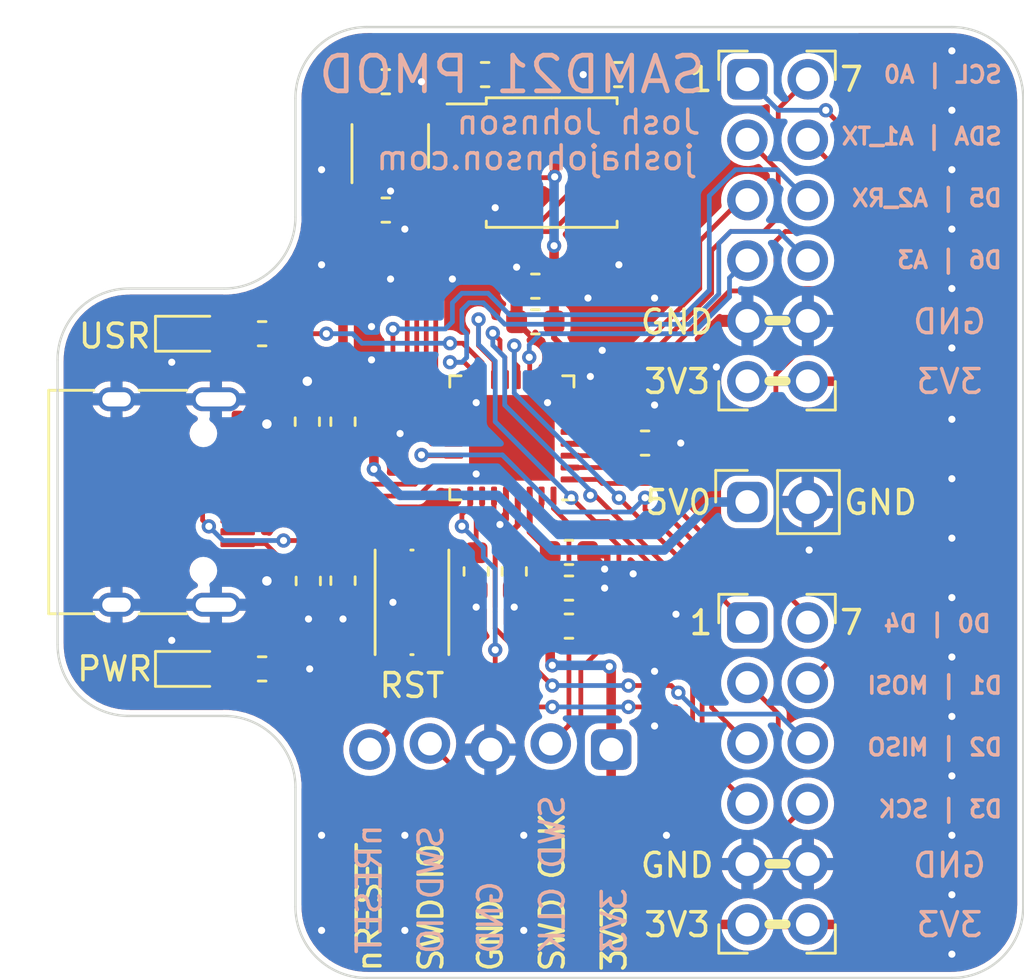
<source format=kicad_pcb>
(kicad_pcb (version 20210424) (generator pcbnew)
  (title_block (title "samd21-pmod") (date "2021-04-17") (rev "0.1") (company "Josh Johnson"))
  (layers (0 "F.Cu" signal) (31 "B.Cu" signal) (34 "B.Paste" user) (35 "F.Paste" user) (36 "B.SilkS" user "B.Silkscreen") (37 "F.SilkS" user "F.Silkscreen") (38 "B.Mask" user) (39 "F.Mask" user) (44 "Edge.Cuts" user))
  (net 0 "")
  (net 1 "+3V3")
  (net 2 "GND")
  (net 3 "Net-(J1-PadA4)")
  (net 4 "Net-(C4-Pad1)")
  (net 5 "VBUS")
  (net 6 "/AREF")
  (net 7 "/nRESET")
  (net 8 "Net-(D1-Pad2)")
  (net 9 "Net-(D2-Pad2)")
  (net 10 "Net-(J1-PadA5)")
  (net 11 "/USB_D+")
  (net 12 "/USB_D-")
  (net 14 "Net-(J1-PadB5)")
  (net 16 "/A0")
  (net 17 "/A1_TX")
  (net 18 "/A2_RX")
  (net 19 "/A3")
  (net 20 "/SCL")
  (net 21 "/SDA")
  (net 22 "/D5")
  (net 23 "/D6")
  (net 24 "/D4")
  (net 25 "/MOSI")
  (net 26 "/MISO")
  (net 27 "/SCK")
  (net 28 "/D0")
  (net 29 "/D1")
  (net 30 "/D2")
  (net 31 "/D3")
  (net 32 "/SWD_CLK")
  (net 33 "/SWD_IO")
  (net 34 "/D7_LED")
  (net 35 "/FLASH_CS")
  (net 37 "/FLASH_MOSI")
  (net 38 "/FLASH_SCK")
  (net 39 "/FLASH_MISO")
  (footprint "Resistor_SMD:R_0603_1608Metric" (layer "F.Cu") (at 135.4 97.2875 -90)
    (fp_text reference "R1" hide)
    (fp_text value "5K1")
  )
  (footprint "Capacitor_SMD:C_0603_1608Metric" (layer "F.Cu") (at 146.975 76 180)
    (fp_text reference "C11" hide)
    (fp_text value "100n")
  )
  (footprint "Capacitor_SMD:C_0603_1608Metric" (layer "F.Cu") (at 144.9 96.1)
    (fp_text reference "C1" hide)
    (fp_text value "100n")
  )
  (footprint "Package_SO:SOP-8_5.28x5.23mm_P1.27mm" (layer "F.Cu") (at 144.175 79.7)
    (fp_text reference "U4" hide)
    (fp_text value "W25Q32JVSSIQ")
  )
  (footprint "Capacitor_SMD:C_0603_1608Metric" (layer "F.Cu") (at 133.9 90.6 90)
    (fp_text reference "C3" hide)
    (fp_text value "10u")
  )
  (footprint "Capacitor_SMD:C_0603_1608Metric" (layer "F.Cu") (at 142.6 96.9 -90)
    (fp_text reference "C4" hide)
    (fp_text value "1u")
  )
  (footprint "LED_SMD:LED_0603_1608Metric" (layer "F.Cu") (at 129 101)
    (fp_text reference "D2" hide)
    (fp_text value "LED")
  )
  (footprint "Resistor_SMD:R_0603_1608Metric" (layer "F.Cu") (at 132 86.9 180)
    (fp_text reference "R3" hide)
    (fp_text value "3K3")
  )
  (footprint "Package_TO_SOT_SMD:SOT-23-5" (layer "F.Cu") (at 137.3875 79 90)
    (fp_text reference "U1" hide)
    (fp_text value "AP2112K-3.3")
  )
  (footprint "Capacitor_SMD:C_0603_1608Metric" (layer "F.Cu") (at 143.4875 86.4 180)
    (fp_text reference "C8" hide)
    (fp_text value "100n")
  )
  (footprint "Capacitor_SMD:C_0603_1608Metric" (layer "F.Cu") (at 144.9 97.6)
    (fp_text reference "C2" hide)
    (fp_text value "10u")
  )
  (footprint "Resistor_SMD:R_0603_1608Metric" (layer "F.Cu") (at 133.94 97.3 -90)
    (fp_text reference "R2" hide)
    (fp_text value "5K1")
  )
  (footprint "LED_SMD:LED_0603_1608Metric" (layer "F.Cu") (at 129 86.9)
    (fp_text reference "D1" hide)
    (fp_text value "LED")
  )
  (footprint "josh-passives-smt:Fuse_0603_1608Metric" (layer "F.Cu") (at 135.4 90.6 90)
    (fp_text reference "F1" hide)
    (fp_text value "500mA")
  )
  (footprint "josh-connectors:USB_C_Receptacle_HRO_TYPE-C-31-M-12" (layer "F.Cu") (at 126.9275 93.98 -90)
    (fp_text reference "J1" hide)
    (fp_text value "USB_Type_C_2.0")
  )
  (footprint "Capacitor_SMD:C_0603_1608Metric" (layer "F.Cu") (at 137.2 76.3)
    (fp_text reference "C6" hide)
    (fp_text value "1u")
  )
  (footprint "josh-buttons-switches:SW_Push_KMR2" (layer "F.Cu") (at 138.3 98.2 -90)
    (fp_text reference "SW1" hide)
    (fp_text value "SW_Push")
  )
  (footprint "Connector_PinSocket_2.54mm:PinSocket_1x02_P2.54mm_Vertical" (layer "F.Cu") (at 152.4 93.98 90)
    (fp_text reference "J3" hide)
    (fp_text value "PWR")
  )
  (footprint "josh-connectors:PMOD_HOST" (layer "F.Cu") (at 152.4 76.21044)
    (fp_text reference "J2" hide)
    (fp_text value "PMOD")
  )
  (footprint "Resistor_SMD:R_0603_1608Metric" (layer "F.Cu") (at 141.375 76 180)
    (fp_text reference "R5" hide)
    (fp_text value "10K")
  )
  (footprint "Resistor_SMD:R_0603_1608Metric" (layer "F.Cu") (at 132 101 180)
    (fp_text reference "R4" hide)
    (fp_text value "3K3")
  )
  (footprint "Capacitor_SMD:C_0603_1608Metric" (layer "F.Cu") (at 137.2 81.7)
    (fp_text reference "C5" hide)
    (fp_text value "1u")
  )
  (footprint "Package_DFN_QFN:QFN-32-1EP_5x5mm_P0.5mm_EP3.6x3.6mm" (layer "F.Cu") (at 142.5 91.28 180)
    (fp_text reference "U3" hide)
    (fp_text value "ATSAMD21E17A-M")
  )
  (footprint "josh-connectors:5_PIN_THT_Staggered" (layer "F.Cu") (at 146.675 104.267 -90)
    (fp_text reference "J5" hide)
    (fp_text value "SWD")
  )
  (footprint "Resistor_SMD:R_0603_1608Metric" (layer "F.Cu") (at 144.9 99.2)
    (fp_text reference "R6" hide)
    (fp_text value "10K")
  )
  (footprint "josh-connectors:PMOD_HOST" (layer "F.Cu") (at 152.4 99.06)
    (fp_text reference "J4" hide)
    (fp_text value "PMOD")
  )
  (footprint "Capacitor_SMD:C_0603_1608Metric" (layer "F.Cu") (at 143.4875 84.9 180)
    (fp_text reference "C7" hide)
    (fp_text value "10u")
  )
  (footprint "Capacitor_SMD:C_0603_1608Metric" (layer "F.Cu") (at 148.1 91.5)
    (fp_text reference "C9" hide)
    (fp_text value "1u")
  )
  (footprint "Capacitor_SMD:C_0603_1608Metric" (layer "F.Cu") (at 141 96.9 -90)
    (fp_text reference "C10" hide)
    (fp_text value "100n")
  )
  (footprint "josh-logos:josh-details" (layer "B.Cu") (at 146 83 180)
    (fp_text reference "REF**")
    (fp_text value "Josh Details")
  )
  (gr_line (start 123.4 88) (end 123.4 99.97868) (layer "Edge.Cuts") (width 0.1))
  (gr_arc (start 161 111) (end 161 114) (angle -90) (layer "Edge.Cuts") (width 0.1))
  (gr_line (start 133.4 111) (end 133.4 105.97868) (layer "Edge.Cuts") (width 0.1))
  (gr_arc (start 136.4 77) (end 133.4 77) (angle 90) (layer "Edge.Cuts") (width 0.1))
  (gr_arc (start 126.4 88) (end 126.4 85) (angle -90) (layer "Edge.Cuts") (width 0.1))
  (gr_line (start 133.4 82) (end 133.4 77) (layer "Edge.Cuts") (width 0.1))
  (gr_arc (start 126.4 99.97868) (end 123.4 99.97868) (angle -90) (layer "Edge.Cuts") (width 0.1))
  (gr_line (start 161 74) (end 136.4 74) (layer "Edge.Cuts") (width 0.1))
  (gr_arc (start 130.4 82) (end 133.4 82) (angle 90) (layer "Edge.Cuts") (width 0.1))
  (gr_arc (start 161 77) (end 164 77) (angle -90) (layer "Edge.Cuts") (width 0.1))
  (gr_line (start 130.4 85) (end 126.4 85) (layer "Edge.Cuts") (width 0.1))
  (gr_arc (start 136.4 111) (end 133.4 111) (angle -90) (layer "Edge.Cuts") (width 0.1))
  (gr_line (start 130.4 102.97868) (end 126.4 102.97868) (layer "Edge.Cuts") (width 0.1))
  (gr_line (start 164 77) (end 164 111) (layer "Edge.Cuts") (width 0.1))
  (gr_arc (start 130.4 105.97868) (end 133.4 105.97868) (angle -90) (layer "Edge.Cuts") (width 0.1))
  (gr_line (start 161 114) (end 136.4 114) (layer "Edge.Cuts") (width 0.1))
  (gr_text "SCL | A0" (at 160.616667 76) (layer "B.SilkS") (effects (font (size 0.7 0.7)) (justify mirror)))
  (gr_text "D3 | SCK" (at 160.516666 106.9) (layer "B.SilkS") (effects (font (size 0.7 0.7)) (justify mirror)))
  (gr_text "GND" (at 141.6 111.457143 90) (layer "B.SilkS") (effects (font (size 1 1)) (justify mirror)))
  (gr_text "SAMD21 PMOD" (at 142.5 76) (layer "B.SilkS") (effects (font (size 1.5 1.5) (thickness 0.2)) (justify mirror)))
  (gr_text "D0 | D4	" (at 159.9 99.1) (layer "B.SilkS") (effects (font (size 0.7 0.7)) (justify mirror)))
  (gr_text "D5 | A2_RX" (at 159.95 81.2) (layer "B.SilkS") (effects (font (size 0.7 0.7)) (justify mirror)))
  (gr_text "D1 | MOSI" (at 160.283333 101.7) (layer "B.SilkS") (effects (font (size 0.7 0.7)) (justify mirror)))
  (gr_text "SWD CLK" (at 144.2 109.647619 90) (layer "B.SilkS") (effects (font (size 1 1)) (justify mirror)))
  (gr_text "3V3" (at 146.8 111.6 90) (layer "B.SilkS") (effects (font (size 1 1)) (justify mirror)))
  (gr_text "D2 | MISO" (at 160.283333 104.3) (layer "B.SilkS") (effects (font (size 0.7 0.7)) (justify mirror)))
  (gr_text "D6 | A3" (at 160.9 83.8) (layer "B.SilkS") (effects (font (size 0.7 0.7)) (justify mirror)))
  (gr_text "SDA | A1_TX" (at 159.733334 78.6) (layer "B.SilkS") (effects (font (size 0.7 0.7)) (justify mirror)))
  (gr_text "nRESET" (at 136.5 110.266667 90) (layer "B.SilkS") (effects (font (size 1 1)) (justify mirror)))
  (gr_text "SWD IO" (at 139.1 110.290476 90) (layer "B.SilkS") (effects (font (size 1 1)) (justify mirror)))
  (gr_text "5V0" (at 149.5 94) (layer "F.SilkS") (effects (font (size 1 1))))
  (gr_text "USR" (at 125.8 87) (layer "F.SilkS") (effects (font (size 1 1))))
  (gr_text "PWR" (at 125.8 101) (layer "F.SilkS") (effects (font (size 1 1))))
  (gr_text "nRESET" (at 136.5 111.009524 90) (layer "F.SilkS") (effects (font (size 1 1))))
  (gr_text "SWD IO" (at 139.1 111.033333 90) (layer "F.SilkS") (effects (font (size 1 1))))
  (gr_text "GND" (at 158 94) (layer "F.SilkS") (effects (font (size 1 1))))
  (gr_text "SWD CLK" (at 144.2 110.390476 90) (layer "F.SilkS") (effects (font (size 1 1))))
  (gr_text "RST" (at 138.3 101.7) (layer "F.SilkS") (effects (font (size 1 1))))
  (gr_text "3V3" (at 146.8 112.342857 90) (layer "F.SilkS") (effects (font (size 1 1))))
  (gr_text "GND" (at 141.6 112.2 90) (layer "F.SilkS") (effects (font (size 1 1))))
  (segment (start 144.55 87.35) (end 144.275 87.075) (width 0.25) (layer "F.Cu") (net 1))
  (segment (start 136.4375 77.9) (end 136.4375 76.325) (width 0.4) (layer "F.Cu") (net 1))
  (segment (start 157.5 110.8) (end 157.5 88.2) (width 0.4) (layer "F.Cu") (net 1))
  (segment (start 146.675 104.394) (end 146.675 100.975) (width 0.4) (layer "F.Cu") (net 1))
  (segment (start 146.675 107.225) (end 146.675 104.394) (width 0.4) (layer "F.Cu") (net 1))
  (segment (start 144.3 79.2) (end 144.3 80.3) (width 0.4) (layer "F.Cu") (net 1))
  (segment (start 144.275 84.9) (end 144.275 86.4) (width 0.4) (layer "F.Cu") (net 1))
  (segment (start 142.2 74.8) (end 144.3 74.8) (width 0.4) (layer "F.Cu") (net 1))
  (segment (start 147.7625 74.9625) (end 147.7625 76) (width 0.4) (layer "F.Cu") (net 1))
  (segment (start 149.2 74.8) (end 149.8 74.8) (width 0.4) (layer "F.Cu") (net 1))
  (segment (start 147.7625 77.7825) (end 147.775 77.795) (width 0.4) (layer "F.Cu") (net 1))
  (segment (start 144.275 87.075) (end 144.275 86.4) (width 0.25) (layer "F.Cu") (net 1))
  (segment (start 143.25 95.2375) (end 144.1125 96.1) (width 0.25) (layer "F.Cu") (net 1))
  (segment (start 147.775 79.065) (end 144.435 79.065) (width 0.2) (layer "F.Cu") (net 1))
  (segment (start 149.64956 111.74956) (end 146.675 108.775) (width 0.4) (layer "F.Cu") (net 1))
  (segment (start 140.575 80.335) (end 144.265 80.335) (width 0.2) (layer "F.Cu") (net 1))
  (segment (start 147.7625 76) (end 147.7625 77.7825) (width 0.4) (layer "F.Cu") (net 1))
  (segment (start 136.4125 75.3875) (end 137 74.8) (width 0.4) (layer "F.Cu") (net 1))
  (segment (start 132.7875 101) (end 132.7875 102.7875) (width 0.2) (layer "F.Cu") (net 1))
  (segment (start 132.85 102.85) (end 135.85 105.85) (width 0.2) (layer "F.Cu") (net 1))
  (segment (start 136.4125 76.3) (end 136.4125 75.3875) (width 0.4) (layer "F.Cu") (net 1))
  (segment (start 146.675 100.975) (end 146.6 100.9) (width 0.4) (layer "F.Cu") (net 1))
  (segment (start 135.85 105.85) (end 139.75 105.85) (width 0.2) (layer "F.Cu") (net 1))
  (segment (start 136.4375 76.325) (end 136.4125 76.3) (width 0.4) (layer "F.Cu") (net 1))
  (segment (start 144.3 74.8) (end 147.6 74.8) (width 0.4) (layer "F.Cu") (net 1))
  (segment (start 144.55 88.15) (end 144.55 88.05) (width 0.25) (layer "F.Cu") (net 1))
  (segment (start 144.3 74.8) (end 144.3 79.2) (width 0.4) (layer "F.Cu") (net 1))
  (segment (start 156.55044 111.74956) (end 157.5 110.8) (width 0.4) (layer "F.Cu") (net 1))
  (segment (start 144.25 88.45) (end 144.55 88.15) (width 0.25) (layer "F.Cu") (net 1))
  (segment (start 143.25 93.73) (end 143.25 95.2375) (width 0.25) (layer "F.Cu") (net 1))
  (segment (start 144.25 88.83) (end 144.25 88.45) (width 0.25) (layer "F.Cu") (net 1))
  (segment (start 144.1125 96.1) (end 144.1125 99.2) (width 0.4) (layer "F.Cu") (net 1))
  (segment (start 146.675 106.6) (end 146.675 107.225) (width 0.2) (layer "F.Cu") (net 1))
  (segment (start 152.4032 111.74956) (end 149.64956 111.74956) (width 0.4) (layer "F.Cu") (net 1))
  (segment (start 137 74.8) (end 142.2 74.8) (width 0.4) (layer "F.Cu") (net 1))
  (segment (start 149.8 74.8) (end 147.6 74.8) (width 0.4) (layer "F.Cu") (net 1))
  (segment (start 147.6 74.8) (end 147.7625 74.9625) (width 0.4) (layer "F.Cu") (net 1))
  (segment (start 144.55 88.15) (end 144.55 87.35) (width 0.25) (layer "F.Cu") (net 1))
  (segment (start 144.275 84.9) (end 144.275 83.2) (width 0.4) (layer "F.Cu") (net 1))
  (segment (start 132.7875 102.7875) (end 132.85 102.85) (width 0.2) (layer "F.Cu") (net 1))
  (segment (start 139.75 105.85) (end 140.5 106.6) (width 0.2) (layer "F.Cu") (net 1))
  (segment (start 144.265 80.335) (end 144.3 80.3) (width 0.2) (layer "F.Cu") (net 1))
  (segment (start 157.5 75.6) (end 156.7 74.8) (width 0.4) (layer "F.Cu") (net 1))
  (segment (start 156.7 74.8) (end 149.8 74.8) (width 0.4) (layer "F.Cu") (net 1))
  (segment (start 144.1125 100.7625) (end 144.2 100.85) (width 0.4) (layer "F.Cu") (net 1))
  (segment (start 146.675 108.775) (end 146.675 107.225) (width 0.4) (layer "F.Cu") (net 1))
  (segment (start 144.1125 99.2) (end 144.1125 100.7625) (width 0.4) (layer "F.Cu") (net 1))
  (segment (start 142.1625 76) (end 142.1625 74.8375) (width 0.2) (layer "F.Cu") (net 1))
  (segment (start 144.435 79.065) (end 144.3 79.2) (width 0.2) (layer "F.Cu") (net 1))
  (segment (start 142.1625 74.8375) (end 142.2 74.8) (width 0.2) (layer "F.Cu") (net 1))
  (segment (start 154.9432 111.74956) (end 156.55044 111.74956) (width 0.4) (layer "F.Cu") (net 1))
  (segment (start 152.4032 111.74956) (end 154.9432 111.74956) (width 0.4) (layer "F.Cu") (net 1))
  (segment (start 157.5 88.9) (end 154.9432 88.9) (width 0.4) (layer "F.Cu") (net 1))
  (segment (start 140.5 106.6) (end 146.675 106.6) (width 0.2) (layer "F.Cu") (net 1))
  (segment (start 157.5 88.2) (end 157.5 75.6) (width 0.4) (layer "F.Cu") (net 1))
  (segment (start 157.5 88.9) (end 157.5 88.2) (width 0.4) (layer "F.Cu") (net 1))
  (via (at 144.3 80.3) (size 0.6) (drill 0.3) (layers "F.Cu" "B.Cu") (net 1))
  (via (at 144.2 100.85) (size 0.6) (drill 0.3) (layers "F.Cu" "B.Cu") (net 1))
  (via (at 144.275 83.2) (size 0.6) (drill 0.3) (layers "F.Cu" "B.Cu") (net 1))
  (via (at 146.6 100.9) (size 0.6) (drill 0.3) (layers "F.Cu" "B.Cu") (net 1))
  (segment (start 144.3 80.3) (end 144.275 80.325) (width 0.4) (layer "B.Cu") (net 1))
  (segment (start 146.55 100.85) (end 146.6 100.9) (width 0.4) (layer "B.Cu") (net 1))
  (segment (start 144.2 100.85) (end 146.55 100.85) (width 0.4) (layer "B.Cu") (net 1))
  (segment (start 144.275 80.325) (end 144.275 83.2) (width 0.4) (layer "B.Cu") (net 1))
  (segment (start 154.9432 88.9) (end 152.4032 88.9) (width 0.4) (layer "B.Cu") (net 1))
  (segment (start 133.9 89.8125) (end 133.9 88.9) (width 0.4) (layer "F.Cu") (net 2))
  (segment (start 142.7 84.9) (end 142.7 84.1) (width 0.4) (layer "F.Cu") (net 2))
  (segment (start 142.6 97.6875) (end 142.6 98.4) (width 0.4) (layer "F.Cu") (net 2))
  (segment (start 142.25 94.676491) (end 142 94.926491) (width 0.25) (layer "F.Cu") (net 2))
  (segment (start 133.94 98.0875) (end 133.94 98.89) (width 0.3) (layer "F.Cu") (net 2))
  (segment (start 141 97.6875) (end 141 98.4) (width 0.4) (layer "F.Cu") (net 2))
  (segment (start 128.2125 88.0875) (end 128.2 88.1) (width 0.25) (layer "F.Cu") (net 2))
  (segment (start 132.17 90.73) (end 132.2 90.7) (width 0.4) (layer "F.Cu") (net 2))
  (segment (start 137.4 81.1125) (end 137.9875 81.7) (width 0.4) (layer "F.Cu") (net 2))
  (segment (start 128.2125 101) (end 128.2125 99.8125) (width 0.25) (layer "F.Cu") (net 2))
  (segment (start 146.3875 96.8) (end 146.4 96.8) (width 0.4) (layer "F.Cu") (net 2))
  (segment (start 137.3875 80.1) (end 137.3875 80.8875) (width 0.4) (layer "F.Cu") (net 2))
  (segment (start 142.7 86.4) (end 143.9 87.6) (width 0.25) (layer "F.Cu") (net 2))
  (segment (start 143.9 88.146164) (end 143.75 88.296164) (width 0.25) (layer "F.Cu") (net 2))
  (segment (start 137.9875 82.4875) (end 138 82.5) (width 0.4) (layer "F.Cu") (net 2))
  (segment (start 137.3875 80.8875) (end 137.4 80.9) (width 0.4) (layer "F.Cu") (net 2))
  (segment (start 142.25 93.73) (end 142.25 94.676491) (width 0.25) (layer "F.Cu") (net 2))
  (segment (start 145.6875 96.1) (end 146.3875 96.8) (width 0.4) (layer "F.Cu") (net 2))
  (segment (start 148.8875 91.5) (end 149.6 91.5) (width 0.4) (layer "F.Cu") (net 2))
  (segment (start 137.5 98.2) (end 137.5 100.25) (width 0.25) (layer "F.Cu") (net 2))
  (segment (start 135.4 98.075) (end 135.4 98.9) (width 0.3) (layer "F.Cu") (net 2))
  (segment (start 130.9725 97.23) (end 132.13 97.23) (width 0.4) (layer "F.Cu") (net 2))
  (segment (start 140.575 81.605) (end 141.795 81.605) (width 0.4) (layer "F.Cu") (net 2))
  (segment (start 137.5 96.15) (end 137.5 98.2) (width 0.25) (layer "F.Cu") (net 2))
  (segment (start 142.7 86.4) (end 142.7 84.9) (width 0.4) (layer "F.Cu") (net 2))
  (segment (start 130.9725 90.73) (end 132.17 90.73) (width 0.4) (layer "F.Cu") (net 2))
  (segment (start 130.0575 89.66) (end 125.8775 89.66) (width 0.25) (layer "F.Cu") (net 2))
  (segment (start 137.4 80.9) (end 137.4 81.1125) (width 0.4) (layer "F.Cu") (net 2))
  (segment (start 145.6875 97.6) (end 146.4 97.6) (width 0.4) (layer "F.Cu") (net 2))
  (segment (start 143.75 88.296164) (end 143.75 88.83) (width 0.25) (layer "F.Cu") (net 2))
  (segment (start 132.13 97.23) (end 132.2 97.3) (width 0.4) (layer "F.Cu") (net 2))
  (segment (start 137.9875 81.7) (end 137.9875 82.4875) (width 0.4) (layer "F.Cu") (net 2))
  (segment (start 143.9 87.6) (end 143.9 88.146164) (width 0.25) (layer "F.Cu") (net 2))
  (segment (start 128.2125 86.9) (end 128.2125 88.0875) (width 0.25) (layer "F.Cu") (net 2))
  (segment (start 133.94 98.89) (end 133.95 98.9) (width 0.3) (layer "F.Cu") (net 2))
  (segment (start 130.0575 98.3) (end 125.8775 98.3) (width 0.25) (layer "F.Cu") (net 2))
  (segment (start 146.1875 76) (end 145.5 76) (width 0.4) (layer "F.Cu") (net 2))
  (segment (start 141.795 81.605) (end 141.8 81.6) (width 0.4) (layer "F.Cu") (net 2))
  (segment (start 128.2125 99.8125) (end 128.2 99.8) (width 0.25) (layer "F.Cu") (net 2))
  (segment (start 137.9875 76.3) (end 138.7 76.3) (width 0.4) (layer "F.Cu") (net 2))
  (via (at 148.5 103.4) (size 0.6) (drill 0.3) (layers "F.Cu" "B.Cu") (net 2))
  (via (at 133.95 98.9) (size 0.6) (drill 0.3) (layers "F.Cu" "B.Cu") (net 2))
  (via (at 161 105.5) (size 0.6) (drill 0.3) (layers "F.Cu" "B.Cu") (net 2))
  (via (at 161 98) (size 0.6) (drill 0.3) (layers "F.Cu" "B.Cu") (net 2))
  (via (at 161 110.5) (size 0.6) (drill 0.3) (layers "F.Cu" "B.Cu") (net 2))
  (via (at 141.8 81.6) (size 0.6) (drill 0.3) (layers "F.Cu" "B.Cu") (net 2))
  (via (at 155 96) (size 0.6) (drill 0.3) (layers "F.Cu" "B.Cu") (net 2))
  (via (at 161 77.5) (size 0.6) (drill 0.3) (layers "F.Cu" "B.Cu") (net 2))
  (via (at 134.5 108) (size 0.6) (drill 0.3) (layers "F.Cu" "B.Cu") (net 2))
  (via (at 147 84) (size 0.6) (drill 0.3) (layers "F.Cu" "B.Cu") (net 2))
  (via (at 137.8 91.1) (size 0.6) (drill 0.3) (layers "F.Cu" "B.Cu") (net 2))
  (via (at 148.5 89.9) (size 0.6) (drill 0.3) (layers "F.Cu" "B.Cu") (net 2))
  (via (at 136.6 86.6) (size 0.6) (drill 0.3) (layers "F.Cu" "B.Cu") (net 2))
  (via (at 134.5 80) (size 0.6) (drill 0.3) (layers "F.Cu" "B.Cu") (net 2))
  (via (at 161 87.5) (size 0.6) (drill 0.3) (layers "F.Cu" "B.Cu") (net 2))
  (via (at 161 82.5) (size 0.6) (drill 0.3) (layers "F.Cu" "B.Cu") (net 2))
  (via (at 136.6 88) (size 0.6) (drill 0.3) (layers "F.Cu" "B.Cu") (net 2))
  (via (at 145.8 88.7) (size 0.6) (drill 0.3) (layers "F.Cu" "B.Cu") (net 2))
  (via (at 146.3 87.6) (size 0.6) (drill 0.3) (layers "F.Cu" "B.Cu") (net 2))
  (via (at 132.2 97.3) (size 0.8) (drill 0.4) (layers "F.Cu" "B.Cu") (net 2))
  (via (at 134.5 84) (size 0.6) (drill 0.3) (layers "F.Cu" "B.Cu") (net 2))
  (via (at 134.5 112) (size 0.6) (drill 0.3) (layers "F.Cu" "B.Cu") (net 2))
  (via (at 138 112) (size 0.6) (drill 0.3) (layers "F.Cu" "B.Cu") (net 2))
  (via (at 138.7 76.3) (size 0.6) (drill 0.3) (layers "F.Cu" "B.Cu") (net 2))
  (via (at 138 82.5) (size 0.6) (drill 0.3) (layers "F.Cu" "B.Cu") (net 2))
  (via (at 149.6 91.5) (size 0.6) (drill 0.3) (layers "F.Cu" "B.Cu") (net 2))
  (via (at 128.2 88.1) (size 0.6) (drill 0.3) (layers "F.Cu" "B.Cu") (net 2))
  (via (at 143 112) (size 0.6) (drill 0.3) (layers "F.Cu" "B.Cu") (net 2))
  (via (at 137.4 84.6) (size 0.6) (drill 0.3) (layers "F.Cu" "B.Cu") (net 2))
  (via (at 140 84.6) (size 0.6) (drill 0.3) (layers "F.Cu" "B.Cu") (net 2))
  (via (at 145.7 85.4) (size 0.6) (drill 0.3) (layers "F.Cu" "B.Cu") (net 2))
  (via (at 146.4 96.8) (size 0.6) (drill 0.3) (layers "F.Cu" "B.Cu") (net 2))
  (via (at 128.2 99.8) (size 0.6) (drill 0.3) (layers "F.Cu" "B.Cu") (net 2))
  (via (at 143 108) (size 0.6) (drill 0.3) (layers "F.Cu" "B.Cu") (net 2))
  (via (at 161 80) (size 0.6) (drill 0.3) (layers "F.Cu" "B.Cu") (net 2))
  (via (at 134 101) (size 0.6) (drill 0.3) (layers "F.Cu" "B.Cu") (net 2))
  (via (at 161 75) (size 0.6) (drill 0.3) (layers "F.Cu" "B.Cu") (net 2))
  (via (at 137.4 80.9) (size 0.6) (drill 0.3) (layers "F.Cu" "B.Cu") (net 2))
  (via (at 161 108) (size 0.6) (drill 0.3) (layers "F.Cu" "B.Cu") (net 2))
  (via (at 161 93) (size 0.6) (drill 0.3) (layers "F.Cu" "B.Cu") (net 2))
  (via (at 138 108) (size 0.6) (drill 0.3) (layers "F.Cu" "B.Cu") (net 2))
  (via (at 161 95.5) (size 0.6) (drill 0.3) (layers "F.Cu" "B.Cu") (net 2))
  (via (at 148.5 85.4) (size 0.6) (drill 0.3) (layers "F.Cu" "B.Cu") (net 2))
  (via (at 149 108) (size 0.6) (drill 0.3) (layers "F.Cu" "B.Cu") (net 2))
  (via (at 161 113) (size 0.6) (drill 0.3) (layers "F.Cu" "B.Cu") (net 2))
  (via (at 132.2 90.7) (size 0.8) (drill 0.4) (layers "F.Cu" "B.Cu") (net 2))
  (via (at 142.7 84.1) (size 0.6) (drill 0.3) (layers "F.Cu" "B.Cu") (net 2))
  (via (at 161 100.5) (size 0.6) (drill 0.3) (layers "F.Cu" "B.Cu") (net 2))
  (via (at 161 85) (size 0.6) (drill 0.3) (layers "F.Cu" "B.Cu") (net 2))
  (via (at 141 92.8) (size 0.6) (drill 0.3) (layers "F.Cu" "B.Cu") (net 2))
  (via (at 135.4 98.9) (size 0.6) (drill 0.3) (layers "F.Cu" "B.Cu") (net 2))
  (via (at 147.6 97) (size 0.6) (drill 0.3) (layers "F.Cu" "B.Cu") (net 2))
  (via (at 144 89.8) (size 0.6) (drill 0.3) (layers "F.Cu" "B.Cu") (net 2))
  (via (at 161 103) (size 0.6) (drill 0.3) (layers "F.Cu" "B.Cu") (net 2))
  (via (at 148.5 101.1) (size 0.6) (drill 0.3) (layers "F.Cu" "B.Cu") (net 2))
  (via (at 149.4 98.7) (size 0.6) (drill 0.3) (layers "F.Cu" "B.Cu") (net 2))
  (via (at 133.9 88.9) (size 0.8) (drill 0.4) (layers "F.Cu" "B.Cu") (net 2))
  (via (at 141 98.4) (size 0.6) (drill 0.3) (layers "F.Cu" "B.Cu") (net 2))
  (via (at 141 89.8) (size 0.6) (drill 0.3) (layers "F.Cu" "B.Cu") (net 2))
  (via (at 151.1 88.3) (size 0.6) (drill 0.3) (layers "F.Cu" "B.Cu") (net 2))
  (via (at 146.4 97.6) (size 0.6) (drill 0.3) (layers "F.Cu" "B.Cu") (net 2))
  (via (at 137.5 98.2) (size 0.6) (drill 0.3) (layers "F.Cu" "B.Cu") (net 2))
  (via (at 142.6 98.4) (size 0.6) (drill 0.3) (layers "F.Cu" "B.Cu") (net 2))
  (via (at 161 90.5) (size 0.6) (drill 0.3) (layers "F.Cu" "B.Cu") (net 2))
  (via (at 142 94.926491) (size 0.6) (drill 0.3) (layers "F.Cu" "B.Cu") (net 2))
  (via (at 145.5 76) (size 0.6) (drill 0.3) (layers "F.Cu" "B.Cu") (net 2))
  (segment (start 152.4032 86.36) (end 154.9432 86.36) (width 0.4) (layer "B.Cu") (net 2))
  (segment (start 130.9725 96.43) (end 130.13 96.43) (width 0.3) (layer "F.Cu") (net 3))
  (segment (start 132.9125 91.3875) (end 133.9 91.3875) (width 0.4) (layer "F.Cu") (net 3))
  (segment (start 129.048958 95.348958) (end 129.048958 92.651042) (width 0.3) (layer "F.Cu") (net 3))
  (segment (start 130.9725 91.53) (end 132.77 91.53) (width 0.4) (layer "F.Cu") (net 3))
  (segment (start 132.77 91.53) (end 132.9125 91.3875) (width 0.4) (layer "F.Cu") (net 3))
  (segment (start 130.13 96.43) (end 129.048958 95.348958) (width 0.3) (layer "F.Cu") (net 3))
  (segment (start 129.048958 92.651042) (end 130.17 91.53) (width 0.3) (layer "F.Cu") (net 3))
  (segment (start 130.17 91.53) (end 130.9725 91.53) (width 0.3) (layer "F.Cu") (net 3))
  (segment (start 133.9 91.3875) (end 135.4 91.3875) (width 0.4) (layer "F.Cu") (net 3))
  (segment (start 142.75 93.73) (end 142.75 94.95) (width 0.25) (layer "F.Cu") (net 4))
  (segment (start 142.75 94.95) (end 142.6 95.1) (width 0.25) (layer "F.Cu") (net 4))
  (segment (start 142.6 95.1) (end 142.6 96.1125) (width 0.25) (layer "F.Cu") (net 4))
  (segment (start 138.3375 79.27) (end 138.2175 79.15) (width 0.3) (layer "F.Cu") (net 5))
  (segment (start 136.4125 83.6875) (end 136.4125 81.7) (width 0.4) (layer "F.Cu") (net 5))
  (segment (start 136.4125 89.8125) (end 136.7 90.1) (width 0.4) (layer "F.Cu") (net 5))
  (segment (start 136.4375 80.1) (end 136.4375 81.675) (width 0.4) (layer "F.Cu") (net 5))
  (segment (start 136.4375 81.675) (end 136.4125 81.7) (width 0.4) (layer "F.Cu") (net 5))
  (segment (start 138.2175 79.15) (end 136.55 79.15) (width 0.3) (layer "F.Cu") (net 5))
  (segment (start 136.55 79.15) (end 136.4375 79.2625) (width 0.3) (layer "F.Cu") (net 5))
  (segment (start 138.3375 80.1) (end 138.3375 79.27) (width 0.3) (layer "F.Cu") (net 5))
  (segment (start 135.4 89.8125) (end 136.4125 89.8125) (width 0.4) (layer "F.Cu") (net 5))
  (segment (start 136.4375 79.2625) (end 136.4375 80.1) (width 0.3) (layer "F.Cu") (net 5))
  (segment (start 135.4 84.7) (end 136.4125 83.6875) (width 0.4) (layer "F.Cu") (net 5))
  (segment (start 135.4 89.8125) (end 135.4 84.7) (width 0.4) (layer "F.Cu") (net 5))
  (segment (start 136.7 90.1) (end 136.7 92.6) (width 0.4) (layer "F.Cu") (net 5))
  (via (at 136.7 92.6) (size 0.6) (drill 0.3) (layers "F.Cu" "B.Cu") (net 5))
  (segment (start 148.9 96) (end 144.2 96) (width 0.4) (layer "B.Cu") (net 5))
  (segment (start 144.2 96) (end 141.9 93.7) (width 0.4) (layer "B.Cu") (net 5))
  (segment (start 150.92 93.98) (end 148.9 96) (width 0.4) (layer "B.Cu") (net 5))
  (segment (start 137.8 93.7) (end 136.7 92.6) (width 0.4) (layer "B.Cu") (net 5))
  (segment (start 152.4 93.98) (end 150.92 93.98) (width 0.4) (layer "B.Cu") (net 5))
  (segment (start 141.9 93.7) (end 137.8 93.7) (width 0.4) (layer "B.Cu") (net 5))
  (segment (start 147.2825 91.53) (end 147.3125 91.5) (width 0.25) (layer "F.Cu") (net 6))
  (segment (start 144.95 91.53) (end 147.2825 91.53) (width 0.25) (layer "F.Cu") (net 6))
  (segment (start 140.975988 95.988488) (end 141.1 96.1125) (width 0.25) (layer "F.Cu") (net 7))
  (segment (start 140.9625 96.15) (end 141 96.1125) (width 0.25) (layer "F.Cu") (net 7))
  (segment (start 139.1 100.25) (end 139.1 96.15) (width 0.25) (layer "F.Cu") (net 7))
  (segment (start 141.25 94.25) (end 141 94.5) (width 0.2) (layer "F.Cu") (net 7))
  (segment (start 139.1 101.809) (end 136.515 104.394) (width 0.25) (layer "F.Cu") (net 7))
  (segment (start 139.1 96.15) (end 140.9625 96.15) (width 0.25) (layer "F.Cu") (net 7))
  (segment (start 141.25 93.73) (end 141.25 94.25) (width 0.2) (layer "F.Cu") (net 7))
  (segment (start 141 94.5) (end 141 96.1125) (width 0.2) (layer "F.Cu") (net 7))
  (segment (start 139.1 100.25) (end 139.1 101.809) (width 0.25) (layer "F.Cu") (net 7))
  (segment (start 131.2125 86.9) (end 129.7875 86.9) (width 0.2) (layer "F.Cu") (net 8))
  (segment (start 129.7875 101) (end 131.2125 101) (width 0.2) (layer "F.Cu") (net 9))
  (segment (start 129.498469 93.001531) (end 129.498469 94.742118) (width 0.2) (layer "F.Cu") (net 10))
  (segment (start 135.4 96.5) (end 134.5 95.6) (width 0.2) (layer "F.Cu") (net 10))
  (segment (start 130.9725 92.73) (end 129.77 92.73) (width 0.2) (layer "F.Cu") (net 10))
  (segment (start 129.498469 94.742118) (end 129.760472 95.004121) (width 0.2) (layer "F.Cu") (net 10))
  (segment (start 134.5 95.6) (end 132.9 95.6) (width 0.2) (layer "F.Cu") (net 10))
  (segment (start 129.77 92.73) (end 129.498469 93.001531) (width 0.2) (layer "F.Cu") (net 10))
  (via (at 129.760472 95.004121) (size 0.6) (drill 0.3) (layers "F.Cu" "B.Cu") (net 10))
  (via (at 132.9 95.6) (size 0.6) (drill 0.3) (layers "F.Cu" "B.Cu") (net 10))
  (segment (start 132.9 95.6) (end 130.356351 95.6) (width 0.2) (layer "B.Cu") (net 10))
  (segment (start 130.356351 95.6) (end 129.760472 95.004121) (width 0.2) (layer "B.Cu") (net 10))
  (segment (start 139.27 93.03) (end 138.57 93.73) (width 0.2) (layer "F.Cu") (net 11))
  (segment (start 140.05 93.03) (end 139.27 93.03) (width 0.2) (layer "F.Cu") (net 11))
  (segment (start 138.57 93.73) (end 132.17 93.73) (width 0.2) (layer "F.Cu") (net 11))
  (segment (start 132.17 94.37372) (end 131.81372 94.73) (width 0.2) (layer "F.Cu") (net 11))
  (segment (start 131.81372 94.73) (end 130.9725 94.73) (width 0.2) (layer "F.Cu") (net 11))
  (segment (start 130.9725 93.73) (end 132.17 93.73) (width 0.2) (layer "F.Cu") (net 11))
  (segment (start 132.17 93.73) (end 132.17 94.37372) (width 0.2) (layer "F.Cu") (net 11))
  (segment (start 130.13128 94.23) (end 129.89798 93.9967) (width 0.2) (layer "F.Cu") (net 12))
  (segment (start 129.89798 93.9967) (end 129.89798 93.40202) (width 0.2) (layer "F.Cu") (net 12))
  (segment (start 130.9725 94.23) (end 130.13128 94.23) (width 0.2) (layer "F.Cu") (net 12))
  (segment (start 130.9725 93.23) (end 138.434296 93.23) (width 0.2) (layer "F.Cu") (net 12))
  (segment (start 138.434296 93.23) (end 139.134296 92.53) (width 0.2) (layer "F.Cu") (net 12))
  (segment (start 139.134296 92.53) (end 140.05 92.53) (width 0.2) (layer "F.Cu") (net 12))
  (segment (start 130.07 93.23) (end 130.9725 93.23) (width 0.2) (layer "F.Cu") (net 12))
  (segment (start 129.89798 93.40202) (end 130.07 93.23) (width 0.2) (layer "F.Cu") (net 12))
  (segment (start 132.925238 96.5125) (end 133.94 96.5125) (width 0.2) (layer "F.Cu") (net 14))
  (segment (start 132.142738 95.73) (end 132.925238 96.5125) (width 0.2) (layer "F.Cu") (net 14))
  (segment (start 130.9725 95.73) (end 132.142738 95.73) (width 0.2) (layer "F.Cu") (net 14))
  (segment (start 155.4 87.7) (end 157 86.1) (width 0.2) (layer "F.Cu") (net 16))
  (segment (start 154.5 87.7) (end 155.4 87.7) (width 0.2) (layer "F.Cu") (net 16))
  (segment (start 157 78.8) (end 155.7 77.5) (width 0.2) (layer "F.Cu") (net 16))
  (segment (start 144.95 92.03) (end 146.627484 92.03) (width 0.2) (layer "F.Cu") (net 16))
  (segment (start 146.997484 92.4) (end 149.8 92.4) (width 0.2) (layer "F.Cu") (net 16))
  (segment (start 151.6 92.4) (end 153.6 90.4) (width 0.2) (layer "F.Cu") (net 16))
  (segment (start 149.8 92.4) (end 150 92.4) (width 0.2) (layer "F.Cu") (net 16))
  (segment (start 149.8 92.4) (end 151.6 92.4) (width 0.2) (layer "F.Cu") (net 16))
  (segment (start 153.6 90.4) (end 153.6 88.6) (width 0.2) (layer "F.Cu") (net 16))
  (segment (start 153.6 88.6) (end 154.5 87.7) (width 0.2) (layer "F.Cu") (net 16))
  (segment (start 157 86.1) (end 157 78.8) (width 0.2) (layer "F.Cu") (net 16))
  (segment (start 146.627484 92.03) (end 146.997484 92.4) (width 0.2) (layer "F.Cu") (net 16))
  (via (at 155.7 77.5) (size 0.6) (drill 0.3) (layers "F.Cu" "B.Cu") (net 16))
  (segment (start 152.4032 76.2) (end 153.7032 77.5) (width 0.2) (layer "B.Cu") (net 16))
  (segment (start 153.7032 77.5) (end 155.7 77.5) (width 0.2) (layer "B.Cu") (net 16))
  (segment (start 151.7 82.6) (end 153.1 82.6) (width 0.2) (layer "F.Cu") (net 17))
  (segment (start 146.07 90.03) (end 150.899511 85.200489) (width 0.2) (layer "F.Cu") (net 17))
  (segment (start 153.1 82.6) (end 153.7 82) (width 0.2) (layer "F.Cu") (net 17))
  (segment (start 153.7 80.0368) (end 152.4032 78.74) (width 0.2) (layer "F.Cu") (net 17))
  (segment (start 153.7 82) (end 153.7 80.0368) (width 0.2) (layer "F.Cu") (net 17))
  (segment (start 144.95 90.03) (end 146.07 90.03) (width 0.2) (layer "F.Cu") (net 17))
  (segment (start 150.899511 85.200489) (end 150.899511 83.400489) (width 0.2) (layer "F.Cu") (net 17))
  (segment (start 150.899511 83.400489) (end 151.7 82.6) (width 0.2) (layer "F.Cu") (net 17))
  (segment (start 152.4032 81.28) (end 152.12 81.28) (width 0.2) (layer "F.Cu") (net 18))
  (segment (start 150.4 83) (end 150.4 85) (width 0.2) (layer "F.Cu") (net 18))
  (segment (start 152.12 81.28) (end 150.4 83) (width 0.2) (layer "F.Cu") (net 18))
  (segment (start 145.87 89.53) (end 144.95 89.53) (width 0.2) (layer "F.Cu") (net 18))
  (segment (start 150.4 85) (end 145.87 89.53) (width 0.2) (layer "F.Cu") (net 18))
  (segment (start 143.25 88.83) (end 143.25 87.909486) (width 0.2) (layer "F.Cu") (net 19))
  (segment (start 143.25 87.909486) (end 143.231208 87.890694) (width 0.2) (layer "F.Cu") (net 19))
  (via (at 143.231208 87.890694) (size 0.6) (drill 0.3) (layers "F.Cu" "B.Cu") (net 19))
  (segment (start 150.3 86.7) (end 150.10049 86.89951) (width 0.2) (layer "B.Cu") (net 19))
  (segment (start 143.70049 86.89951) (end 143.231208 87.368792) (width 0.2) (layer "B.Cu") (net 19))
  (segment (start 151.65 85.35) (end 150.3 86.7) (width 0.2) (layer "B.Cu") (net 19))
  (segment (start 152.4032 83.82) (end 152.38 83.82) (width 0.2) (layer "B.Cu") (net 19))
  (segment (start 150.3 86.7) (end 150.7 86.3) (width 0.2) (layer "B.Cu") (net 19))
  (segment (start 151.65 84.55) (end 151.65 85.35) (width 0.2) (layer "B.Cu") (net 19))
  (segment (start 152.38 83.82) (end 151.65 84.55) (width 0.2) (layer "B.Cu") (net 19))
  (segment (start 143.231208 87.368792) (end 143.231208 87.890694) (width 0.2) (layer "B.Cu") (net 19))
  (segment (start 150.10049 86.89951) (end 143.70049 86.89951) (width 0.2) (layer "B.Cu") (net 19))
  (segment (start 154.3 80) (end 153.7 79.4) (width 0.2) (layer "F.Cu") (net 20))
  (segment (start 156.2 80.7) (end 155.5 80) (width 0.2) (layer "F.Cu") (net 20))
  (segment (start 153.6 83) (end 154 82.6) (width 0.2) (layer "F.Cu") (net 20))
  (segment (start 144.95 90.53) (end 146.22 90.53) (width 0.2) (layer "F.Cu") (net 20))
  (segment (start 153.7 77.4432) (end 154.9432 76.2) (width 0.2) (layer "F.Cu") (net 20))
  (segment (start 153.6 84.324477) (end 153.6 83) (width 0.2) (layer "F.Cu") (net 20))
  (segment (start 152.824477 85.1) (end 153.6 84.324477) (width 0.2) (layer "F.Cu") (net 20))
  (segment (start 146.22 90.53) (end 151.65 85.1) (width 0.2) (layer "F.Cu") (net 20))
  (segment (start 151.65 85.1) (end 152.824477 85.1) (width 0.2) (layer "F.Cu") (net 20))
  (segment (start 154 82.6) (end 155.5 82.6) (width 0.2) (layer "F.Cu") (net 20))
  (segment (start 153.7 79.4) (end 153.7 77.4432) (width 0.2) (layer "F.Cu") (net 20))
  (segment (start 156.2 81.9) (end 156.2 80.7) (width 0.2) (layer "F.Cu") (net 20))
  (segment (start 155.5 82.6) (end 156.2 81.9) (width 0.2) (layer "F.Cu") (net 20))
  (segment (start 155.5 80) (end 154.3 80) (width 0.2) (layer "F.Cu") (net 20))
  (segment (start 153.7 86.8) (end 152.9 87.6) (width 0.2) (layer "F.Cu") (net 21))
  (segment (start 155.8 85) (end 154.2 85) (width 0.2) (layer "F.Cu") (net 21))
  (segment (start 156.6 84.2) (end 155.8 85) (width 0.2) (layer "F.Cu") (net 21))
  (segment (start 153.7 85.5) (end 153.7 86.8) (width 0.2) (layer "F.Cu") (net 21))
  (segment (start 146.46498 91.03) (end 144.95 91.03) (width 0.2) (layer "F.Cu") (net 21))
  (segment (start 154.9432 78.74) (end 156.6 80.3968) (width 0.2) (layer "F.Cu") (net 21))
  (segment (start 156.6 80.3968) (end 156.6 84.2) (width 0.2) (layer "F.Cu") (net 21))
  (segment (start 152.9 87.6) (end 149.89498 87.6) (width 0.2) (layer "F.Cu") (net 21))
  (segment (start 149.89498 87.6) (end 146.46498 91.03) (width 0.2) (layer "F.Cu") (net 21))
  (segment (start 154.2 85) (end 153.7 85.5) (width 0.2) (layer "F.Cu") (net 21))
  (segment (start 140.05 91.53) (end 139.13 91.53) (width 0.2) (layer "F.Cu") (net 22))
  (segment (start 139.13 91.53) (end 137.5 89.9) (width 0.2) (layer "F.Cu") (net 22))
  (segment (start 137.5 89.9) (end 137.5 86.7) (width 0.2) (layer "F.Cu") (net 22))
  (via (at 137.5 86.7) (size 0.6) (drill 0.3) (layers "F.Cu" "B.Cu") (net 22))
  (segment (start 139.7 86.7) (end 140 86.4) (width 0.2) (layer "B.Cu") (net 22))
  (segment (start 140.4 85.2) (end 141.5 85.2) (width 0.2) (layer "B.Cu") (net 22))
  (segment (start 142.4 86.1) (end 149.770012 86.1) (width 0.2) (layer "B.Cu") (net 22))
  (segment (start 153.6632 80) (end 154.9432 81.28) (width 0.2) (layer "B.Cu") (net 22))
  (segment (start 140 86.4) (end 140 85.6) (width 0.2) (layer "B.Cu") (net 22))
  (segment (start 150.8 81.1) (end 151.9 80) (width 0.2) (layer "B.Cu") (net 22))
  (segment (start 151.9 80) (end 153.6632 80) (width 0.2) (layer "B.Cu") (net 22))
  (segment (start 140 85.6) (end 140.4 85.2) (width 0.2) (layer "B.Cu") (net 22))
  (segment (start 137.5 86.7) (end 139.7 86.7) (width 0.2) (layer "B.Cu") (net 22))
  (segment (start 150.8 85.070012) (end 150.8 81.1) (width 0.2) (layer "B.Cu") (net 22))
  (segment (start 149.770012 86.1) (end 150.8 85.070012) (width 0.2) (layer "B.Cu") (net 22))
  (segment (start 141.5 85.2) (end 142.4 86.1) (width 0.2) (layer "B.Cu") (net 22))
  (segment (start 140.75 88.83) (end 140.75 88.35) (width 0.2) (layer "F.Cu") (net 23))
  (segment (start 140.500305 88.100305) (end 139.9 88.100305) (width 0.2) (layer "F.Cu") (net 23))
  (segment (start 140.75 88.35) (end 140.500305 88.100305) (width 0.2) (layer "F.Cu") (net 23))
  (via (at 139.9 88.100305) (size 0.6) (drill 0.3) (layers "F.Cu" "B.Cu") (net 23))
  (segment (start 149.935006 86.5) (end 151.2 85.235006) (width 0.2) (layer "B.Cu") (net 23))
  (segment (start 151.2 83.1) (end 151.629511 82.670489) (width 0.2) (layer "B.Cu") (net 23))
  (segment (start 140.6 87.9) (end 140.6 86.9) (width 0.2) (layer "B.Cu") (net 23))
  (segment (start 140.4 85.9) (end 140.7 85.6) (width 0.2) (layer "B.Cu") (net 23))
  (segment (start 153.7232 82.6) (end 154.9432 83.82) (width 0.2) (layer "B.Cu") (net 23))
  (segment (start 151.2 85.235006) (end 151.2 83.1) (width 0.2) (layer "B.Cu") (net 23))
  (segment (start 141.3 85.6) (end 142.2 86.5) (width 0.2) (layer "B.Cu") (net 23))
  (segment (start 139.9 88.100305) (end 140.399695 88.100305) (width 0.2) (layer "B.Cu") (net 23))
  (segment (start 142.2 86.5) (end 149.935006 86.5) (width 0.2) (layer "B.Cu") (net 23))
  (segment (start 140.4 86.7) (end 140.4 85.9) (width 0.2) (layer "B.Cu") (net 23))
  (segment (start 151.629511 82.670489) (end 151.7 82.6) (width 0.2) (layer "B.Cu") (net 23))
  (segment (start 151.7 82.6) (end 153.7232 82.6) (width 0.2) (layer "B.Cu") (net 23))
  (segment (start 140.7 85.6) (end 141.3 85.6) (width 0.2) (layer "B.Cu") (net 23))
  (segment (start 140.6 86.9) (end 140.4 86.7) (width 0.2) (layer "B.Cu") (net 23))
  (segment (start 140.399695 88.100305) (end 140.6 87.9) (width 0.2) (layer "B.Cu") (net 23))
  (segment (start 152.34956 99.04956) (end 151.45 98.15) (width 0.2) (layer "F.Cu") (net 24))
  (segment (start 152.4032 99.04956) (end 152.34956 99.04956) (width 0.2) (layer "F.Cu") (net 24))
  (segment (start 138.73 92.03) (end 138.7 92) (width 0.2) (layer "F.Cu") (net 24))
  (segment (start 151.45 98.15) (end 151.45 97.65) (width 0.2) (layer "F.Cu") (net 24))
  (segment (start 151.45 97.65) (end 148.1 94.3) (width 0.2) (layer "F.Cu") (net 24))
  (segment (start 140.05 92.03) (end 138.73 92.03) (width 0.2) (layer "F.Cu") (net 24))
  (segment (start 148.1 94.3) (end 148.1 93.8) (width 0.2) (layer "F.Cu") (net 24))
  (via (at 148.1 93.8) (size 0.6) (drill 0.3) (layers "F.Cu" "B.Cu") (net 24))
  (via (at 138.7 92) (size 0.6) (drill 0.3) (layers "F.Cu" "B.Cu") (net 24))
  (segment (start 147.5 94.4) (end 148.1 93.8) (width 0.2) (layer "B.Cu") (net 24))
  (segment (start 142.1 92) (end 138.7 92) (width 0.2) (layer "B.Cu") (net 24))
  (segment (start 142.1 92) (end 144.5 94.4) (width 0.2) (layer "B.Cu") (net 24))
  (segment (start 144.5 94.4) (end 147.5 94.4) (width 0.2) (layer "B.Cu") (net 24))
  (segment (start 142.1 92) (end 142.7 92.6) (width 0.2) (layer "B.Cu") (net 24))
  (segment (start 142.25 88.83) (end 142.205323 88.785323) (width 0.2) (layer "F.Cu") (net 25))
  (segment (start 142.000499 87.687761) (end 142.000499 87.174017) (width 0.2) (layer "F.Cu") (net 25))
  (segment (start 151.7 105.4) (end 150.499511 104.199511) (width 0.2) (layer "F.Cu") (net 25))
  (segment (start 152.4032 101.58956) (end 153.7 102.88636) (width 0.2) (layer "F.Cu") (net 25))
  (segment (start 150.499511 98.199511) (end 146 93.7) (width 0.2) (layer "F.Cu") (net 25))
  (segment (start 142.205323 87.892585) (end 142.000499 87.687761) (width 0.2) (layer "F.Cu") (net 25))
  (segment (start 142.000499 87.174017) (end 141.699 86.872518) (width 0.2) (layer "F.Cu") (net 25))
  (segment (start 146 93.7) (end 145.8 93.7) (width 0.2) (layer "F.Cu") (net 25))
  (segment (start 150.499511 104.199511) (end 150.499511 98.199511) (width 0.2) (layer "F.Cu") (net 25))
  (segment (start 152.95 105.4) (end 151.7 105.4) (width 0.2) (layer "F.Cu") (net 25))
  (segment (start 142.205323 88.785323) (end 142.205323 87.892585) (width 0.2) (layer "F.Cu") (net 25))
  (segment (start 153.7 104.65) (end 152.95 105.4) (width 0.2) (layer "F.Cu") (net 25))
  (segment (start 153.7 102.88636) (end 153.7 104.65) (width 0.2) (layer "F.Cu") (net 25))
  (via (at 141.699 86.872518) (size 0.6) (drill 0.3) (layers "F.Cu" "B.Cu") (net 25))
  (via (at 145.8 93.7) (size 0.6) (drill 0.3) (layers "F.Cu" "B.Cu") (net 25))
  (segment (start 141.699 86.872518) (end 141.699 87.386262) (width 0.2) (layer "B.Cu") (net 25))
  (segment (start 142.19951 89.89951) (end 145.8 93.5) (width 0.2) (layer "B.Cu") (net 25))
  (segment (start 142.19951 87.886772) (end 142.19951 89.89951) (width 0.2) (layer "B.Cu") (net 25))
  (segment (start 145.8 93.5) (end 145.8 93.7) (width 0.2) (layer "B.Cu") (net 25))
  (segment (start 141.699 87.386262) (end 142.19951 87.886772) (width 0.2) (layer "B.Cu") (net 25))
  (segment (start 142.604834 87.404834) (end 142.6 87.4) (width 0.2) (layer "F.Cu") (net 26))
  (segment (start 142.75 88.83) (end 142.75 88.274361) (width 0.2) (layer "F.Cu") (net 26))
  (segment (start 142.75 88.274361) (end 142.604834 88.129195) (width 0.2) (layer "F.Cu") (net 26))
  (segment (start 152.4032 104.12956) (end 150.899022 102.625382) (width 0.2) (layer "F.Cu") (net 26))
  (segment (start 150.899022 97.699022) (end 147 93.8) (width 0.2) (layer "F.Cu") (net 26))
  (segment (start 142.604834 88.129195) (end 142.604834 87.404834) (width 0.2) (layer "F.Cu") (net 26))
  (segment (start 150.899022 102.625382) (end 150.899022 97.699022) (width 0.2) (layer "F.Cu") (net 26))
  (via (at 147 93.8) (size 0.6) (drill 0.3) (layers "F.Cu" "B.Cu") (net 26))
  (via (at 142.6 87.4) (size 0.6) (drill 0.3) (layers "F.Cu" "B.Cu") (net 26))
  (segment (start 142.6 89.4) (end 142.6 87.4) (width 0.2) (layer "B.Cu") (net 26))
  (segment (start 147 93.8) (end 142.6 89.4) (width 0.2) (layer "B.Cu") (net 26))
  (segment (start 146.535495 94.800489) (end 146.000489 94.800489) (width 0.2) (layer "F.Cu") (net 27))
  (segment (start 141.0995 87.3995) (end 141.0995 86.3) (width 0.2) (layer "F.Cu") (net 27))
  (segment (start 141.75 88.83) (end 141.75 88.05) (width 0.2) (layer "F.Cu") (net 27))
  (segment (start 141.75 88.05) (end 141.0995 87.3995) (width 0.2) (layer "F.Cu") (net 27))
  (segment (start 146.000489 94.800489) (end 145 93.8) (width 0.2) (layer "F.Cu") (net 27))
  (segment (start 150.1 98.364994) (end 146.535495 94.800489) (width 0.2) (layer "F.Cu") (net 27))
  (segment (start 152.4032 106.66956) (end 150.1 104.36636) (width 0.2) (layer "F.Cu") (net 27))
  (segment (start 150.1 104.36636) (end 150.1 98.364994) (width 0.2) (layer "F.Cu") (net 27))
  (via (at 145 93.8) (size 0.6) (drill 0.3) (layers "F.Cu" "B.Cu") (net 27))
  (via (at 141.0995 86.3) (size 0.6) (drill 0.3) (layers "F.Cu" "B.Cu") (net 27))
  (segment (start 141.0995 86.3) (end 141.0995 87.351756) (width 0.2) (layer "B.Cu") (net 27))
  (segment (start 141.0995 87.351756) (end 141.8 88.052256) (width 0.2) (layer "B.Cu") (net 27))
  (segment (start 141.8 88.052256) (end 141.8 90.6) (width 0.2) (layer "B.Cu") (net 27))
  (segment (start 141.8 90.6) (end 145 93.8) (width 0.2) (layer "B.Cu") (net 27))
  (segment (start 153.9 97.7) (end 152.2 97.7) (width 0.2) (layer "F.Cu") (net 28))
  (segment (start 148.9 93.616726) (end 148.741637 93.458363) (width 0.2) (layer "F.Cu") (net 28))
  (segment (start 154.9432 98.7432) (end 153.9 97.7) (width 0.2) (layer "F.Cu") (net 28))
  (segment (start 148.9 93.616726) (end 148.482295 93.199021) (width 0.2) (layer "F.Cu") (net 28))
  (segment (start 146.131958 93.03) (end 144.95 93.03) (width 0.2) (layer "F.Cu") (net 28))
  (segment (start 146.300979 93.199021) (end 146.131958 93.03) (width 0.2) (layer "F.Cu") (net 28))
  (segment (start 148.482295 93.199021) (end 146.300979 93.199021) (width 0.2) (layer "F.Cu") (net 28))
  (segment (start 152.2 97.7) (end 148.9 94.4) (width 0.2) (layer "F.Cu") (net 28))
  (segment (start 148.9 94.4) (end 148.9 93.616726) (width 0.2) (layer "F.Cu") (net 28))
  (segment (start 154.9432 99.04956) (end 154.9432 98.7432) (width 0.2) (layer "F.Cu") (net 28))
  (segment (start 156.2 98.4) (end 156.2 100.33276) (width 0.2) (layer "F.Cu") (net 29))
  (segment (start 152.40049 97.20049) (end 155.00049 97.20049) (width 0.2) (layer "F.Cu") (net 29))
  (segment (start 149.4 94.2) (end 152.40049 97.20049) (width 0.2) (layer "F.Cu") (net 29))
  (segment (start 156.2 100.33276) (end 154.9432 101.58956) (width 0.2) (layer "F.Cu") (net 29))
  (segment (start 148.647779 92.799511) (end 149.4 93.551732) (width 0.2) (layer "F.Cu") (net 29))
  (segment (start 152.40049 97.20049) (end 153.048758 97.20049) (width 0.2) (layer "F.Cu") (net 29))
  (segment (start 146.43 92.53) (end 146.69951 92.79951) (width 0.2) (layer "F.Cu") (net 29))
  (segment (start 149.4 93.551732) (end 149.4 94.2) (width 0.2) (layer "F.Cu") (net 29))
  (segment (start 155.00049 97.20049) (end 156.2 98.4) (width 0.2) (layer "F.Cu") (net 29))
  (segment (start 144.95 92.53) (end 146.43 92.53) (width 0.2) (layer "F.Cu") (net 29))
  (segment (start 146.69951 92.79951) (end 148.647779 92.799511) (width 0.2) (layer "F.Cu") (net 29))
  (segment (start 141.8 99.3) (end 141.8 95.613753) (width 0.2) (layer "F.Cu") (net 30))
  (segment (start 141.400499 94.664495) (end 141.75 94.314994) (width 0.2) (layer "F.Cu") (net 30))
  (segment (start 141.8 98.4) (end 141.8 95.613753) (width 0.2) (layer "F.Cu") (net 30))
  (segment (start 149.2 101.7) (end 149.5 102) (width 0.2) (layer "F.Cu") (net 30))
  (segment (start 142.2 99.7) (end 142.1 99.6) (width 0.2) (layer "F.Cu") (net 30))
  (segment (start 142.2 99.7) (end 141.8 99.3) (width 0.2) (layer "F.Cu") (net 30))
  (segment (start 147.4 101.7) (end 149.2 101.7) (width 0.2) (layer "F.Cu") (net 30))
  (segment (start 141.400499 95.214252) (end 141.400499 94.664495) (width 0.2) (layer "F.Cu") (net 30))
  (segment (start 141.8 95.613753) (end 141.400499 95.214252) (width 0.2) (layer "F.Cu") (net 30))
  (segment (start 141.75 94.314994) (end 141.75 93.73) (width 0.2) (layer "F.Cu") (net 30))
  (segment (start 144.2 101.7) (end 142.2 99.7) (width 0.2) (layer "F.Cu") (net 30))
  (via (at 144.2 101.7) (size 0.6) (drill 0.3) (layers "F.Cu" "B.Cu") (net 30))
  (via (at 147.4 101.7) (size 0.6) (drill 0.3) (layers "F.Cu" "B.Cu") (net 30))
  (via (at 149.5 102) (size 0.6) (drill 0.3) (layers "F.Cu" "B.Cu") (net 30))
  (segment (start 154.9432 104.12956) (end 153.71364 102.9) (width 0.2) (layer "B.Cu") (net 30))
  (segment (start 150.4 102.9) (end 149.5 102) (width 0.2) (layer "B.Cu") (net 30))
  (segment (start 153.71364 102.9) (end 150.4 102.9) (width 0.2) (layer "B.Cu") (net 30))
  (segment (start 144.2 101.7) (end 147.4 101.7) (width 0.2) (layer "B.Cu") (net 30))
  (segment (start 140.5 94.4) (end 140.4 94.5) (width 0.2) (layer "F.Cu") (net 31))
  (segment (start 141.8 100.2) (end 141.8 100.8) (width 0.2) (layer "F.Cu") (net 31))
  (segment (start 151.6 107.9) (end 151.1 107.4) (width 0.2) (layer "F.Cu") (net 31))
  (segment (start 140.4 94.5) (end 140.4 95) (width 0.2) (layer "F.Cu") (net 31))
  (segment (start 149.7 102.9) (end 149.4 102.6) (width 0.2) (layer "F.Cu") (net 31))
  (segment (start 151.1 106.1) (end 149.7 104.7) (width 0.2) (layer "F.Cu") (net 31))
  (segment (start 149.7 104.7) (end 149.7 102.9) (width 0.2) (layer "F.Cu") (net 31))
  (segment (start 143.6 102.6) (end 144.2 102.6) (width 0.2) (layer "F.Cu") (net 31))
  (segment (start 149.4 102.6) (end 147.4 102.6) (width 0.2) (layer "F.Cu") (net 31))
  (segment (start 140.75 93.73) (end 140.75 94.15) (width 0.2) (layer "F.Cu") (net 31))
  (segment (start 140.75 94.15) (end 140.5 94.4) (width 0.2) (layer "F.Cu") (net 31))
  (segment (start 141.8 100.8) (end 143.3 102.3) (width 0.2) (layer "F.Cu") (net 31))
  (segment (start 143.3 102.3) (end 143.6 102.6) (width 0.2) (layer "F.Cu") (net 31))
  (segment (start 153.71276 107.9) (end 151.6 107.9) (width 0.2) (layer "F.Cu") (net 31))
  (segment (start 154.9432 106.66956) (end 153.71276 107.9) (width 0.2) (layer "F.Cu") (net 31))
  (segment (start 151.1 107.4) (end 151.1 106.1) (width 0.2) (layer "F.Cu") (net 31))
  (via (at 147.4 102.6) (size 0.6) (drill 0.3) (layers "F.Cu" "B.Cu") (net 31))
  (via (at 140.4 95) (size 0.6) (drill 0.3) (layers "F.Cu" "B.Cu") (net 31))
  (via (at 144.2 102.6) (size 0.6) (drill 0.3) (layers "F.Cu" "B.Cu") (net 31))
  (via (at 141.8 100.2) (size 0.6) (drill 0.3) (layers "F.Cu" "B.Cu") (net 31))
  (segment (start 141.3 96.3) (end 141.7 96.7) (width 0.2) (layer "B.Cu") (net 31))
  (segment (start 141.8 96.8) (end 141.8 98.6) (width 0.2) (layer "B.Cu") (net 31))
  (segment (start 141.3 95.9) (end 141.3 96) (width 0.2) (layer "B.Cu") (net 31))
  (segment (start 140.4 95) (end 141.3 95.9) (width 0.2) (layer "B.Cu") (net 31))
  (segment (start 144.2 102.6) (end 147.4 102.6) (width 0.2) (layer "B.Cu") (net 31))
  (segment (start 141.8 98.6) (end 141.8 100.2) (width 0.2) (layer "B.Cu") (net 31))
  (segment (start 141.7 96.7) (end 141.8 96.8) (width 0.2) (layer "B.Cu") (net 31))
  (segment (start 141.3 96) (end 141.3 96.3) (width 0.2) (layer "B.Cu") (net 31))
  (segment (start 144.9 103.375) (end 144.135 104.14) (width 0.2) (layer "F.Cu") (net 32))
  (segment (start 143.75 94.436242) (end 143.75 93.73) (width 0.2) (layer "F.Cu") (net 32))
  (segment (start 144.9 98.3) (end 144.9 99.2) (width 0.2) (layer "F.Cu") (net 32))
  (segment (start 144.9 95.586242) (end 143.75 94.436242) (width 0.2) (layer "F.Cu") (net 32))
  (segment (start 144.9 98.4125) (end 144.9 98.3) (width 0.2) (layer "F.Cu") (net 32))
  (segment (start 144.9 98.3) (end 144.9 95.586242) (width 0.2) (layer "F.Cu") (net 32))
  (segment (start 144.9 99.2) (end 144.9 103.375) (width 0.2) (layer "F.Cu") (net 32))
  (segment (start 145.6875 99.2) (end 144.9 99.2) (width 0.2) (layer "F.Cu") (net 32))
  (segment (start 144.25 94.25) (end 145.2 95.2) (width 0.2) (layer "F.Cu") (net 33))
  (segment (start 147 95.829988) (end 147 99.4) (width 0.2) (layer "F.Cu") (net 33))
  (segment (start 144.5 105.7) (end 140.615 105.7) (width 0.2) (layer "F.Cu") (net 33))
  (segment (start 147 99.4) (end 145.4 101) (width 0.2) (layer "F.Cu") (net 33))
  (segment (start 145.4 101) (end 145.4 104.8) (width 0.2) (layer "F.Cu") (net 33))
  (segment (start 145.4 104.8) (end 144.5 105.7) (width 0.2) (layer "F.Cu") (net 33))
  (segment (start 146.370012 95.2) (end 147 95.829988) (width 0.2) (layer "F.Cu") (net 33))
  (segment (start 144.25 93.73) (end 144.25 94.25) (width 0.2) (layer "F.Cu") (net 33))
  (segment (start 145.2 95.2) (end 146.370012 95.2) (width 0.2) (layer "F.Cu") (net 33))
  (segment (start 140.615 105.7) (end 139.055 104.14) (width 0.2) (layer "F.Cu") (net 33))
  (segment (start 134.7 86.9) (end 132.7875 86.9) (width 0.2) (layer "F.Cu") (net 34))
  (segment (start 141.25 88.83) (end 141.25 88.114994) (width 0.2) (layer "F.Cu") (net 34))
  (segment (start 140.435006 87.3) (end 139.900303 87.3) (width 0.2) (layer "F.Cu") (net 34))
  (segment (start 139.900303 87.3) (end 139.8995 87.300803) (width 0.2) (layer "F.Cu") (net 34))
  (segment (start 141.25 88.114994) (end 140.435006 87.3) (width 0.2) (layer "F.Cu") (net 34))
  (via (at 139.8995 87.300803) (size 0.6) (drill 0.3) (layers "F.Cu" "B.Cu") (net 34))
  (via (at 134.7 86.9) (size 0.6) (drill 0.3) (layers "F.Cu" "B.Cu") (net 34))
  (segment (start 136.200803 87.300803) (end 135.8 86.9) (width 0.2) (layer "B.Cu") (net 34))
  (segment (start 135.8 86.9) (end 134.7 86.9) (width 0.2) (layer "B.Cu") (net 34))
  (segment (start 139.8995 87.300803) (end 136.200803 87.300803) (width 0.2) (layer "B.Cu") (net 34))
  (segment (start 139.405 77.795) (end 140.575 77.795) (width 0.2) (layer "F.Cu") (net 35))
  (segment (start 139.075969 78.124031) (end 139.405 77.795) (width 0.2) (layer "F.Cu") (net 35))
  (segment (start 140.5875 77.7825) (end 140.575 77.795) (width 0.2) (layer "F.Cu") (net 35))
  (segment (start 140.5875 76) (end 140.5875 77.7825) (width 0.2) (layer "F.Cu") (net 35))
  (segment (start 138.1 89.894977) (end 138.1 83.4) (width 0.2) (layer "F.Cu") (net 35))
  (segment (start 139.075969 82.424031) (end 139.075969 78.124031) (width 0.2) (layer "F.Cu") (net 35))
  (segment (start 139.206012 91.000989) (end 138.1 89.894977) (width 0.2) (layer "F.Cu") (net 35))
  (segment (start 140.020989 91.000989) (end 139.206012 91.000989) (width 0.2) (layer "F.Cu") (net 35))
  (segment (start 140.05 91.03) (end 140.020989 91.000989) (width 0.2) (layer "F.Cu") (net 35))
  (segment (start 138.1 83.4) (end 139.075969 82.424031) (width 0.2) (layer "F.Cu") (net 35))
  (segment (start 139.3 89.4) (end 139.3 84.1) (width 0.2) (layer "F.Cu") (net 37))
  (segment (start 145.195 81.605) (end 147.775 81.605) (width 0.2) (layer "F.Cu") (net 37))
  (segment (start 144.195969 82.604031) (end 145.195 81.605) (width 0.2) (layer "F.Cu") (net 37))
  (segment (start 140.05 89.53) (end 139.43 89.53) (width 0.2) (layer "F.Cu") (net 37))
  (segment (start 140.795969 82.604031) (end 144.195969 82.604031) (width 0.2) (layer "F.Cu") (net 37))
  (segment (start 139.3 84.1) (end 140.795969 82.604031) (width 0.2) (layer "F.Cu") (net 37))
  (segment (start 139.43 89.53) (end 139.3 89.4) (width 0.2) (layer "F.Cu") (net 37))
  (segment (start 139.365007 90.03) (end 138.9 89.564993) (width 0.2) (layer "F.Cu") (net 38))
  (segment (start 145.565 80.335) (end 147.775 80.335) (width 0.2) (layer "F.Cu") (net 38))
  (segment (start 140.05 90.03) (end 139.365007 90.03) (width 0.2) (layer "F.Cu") (net 38))
  (segment (start 140.630487 82.20452) (end 143.69548 82.20452) (width 0.2) (layer "F.Cu") (net 38))
  (segment (start 143.69548 82.20452) (end 145.565 80.335) (width 0.2) (layer "F.Cu") (net 38))
  (segment (start 138.9 83.935007) (end 140.630487 82.20452) (width 0.2) (layer "F.Cu") (net 38))
  (segment (start 138.9 89.564993) (end 138.9 83.935007) (width 0.2) (layer "F.Cu") (net 38))
  (segment (start 140.05 90.53) (end 139.300014 90.53) (width 0.2) (layer "F.Cu") (net 39))
  (segment (start 138.5 89.729986) (end 138.5 83.6) (width 0.2) (layer "F.Cu") (net 39))
  (segment (start 139.535 79.065) (end 140.575 79.065) (width 0.2) (layer "F.Cu") (net 39))
  (segment (start 139.300014 90.53) (end 138.5 89.729986) (width 0.2) (layer "F.Cu") (net 39))
  (segment (start 138.5 83.6) (end 139.47548 82.62452) (width 0.2) (layer "F.Cu") (net 39))
  (segment (start 139.47548 82.62452) (end 139.47548 79.12452) (width 0.2) (layer "F.Cu") (net 39))
  (segment (start 139.47548 79.12452) (end 139.535 79.065) (width 0.2) (layer "F.Cu") (net 39))
  (zone (net 2) (net_name "GND") (layers F&B.Cu) (connect_pads (clearance 0.254)) (min_thickness 0.254) (fill yes (thermal_gap 0.254) (thermal_bridge_width 0.508))
    (polygon (pts (xy 164 114) (xy 123 114) (xy 123 74) (xy 164 74)))
  )
)
</source>
